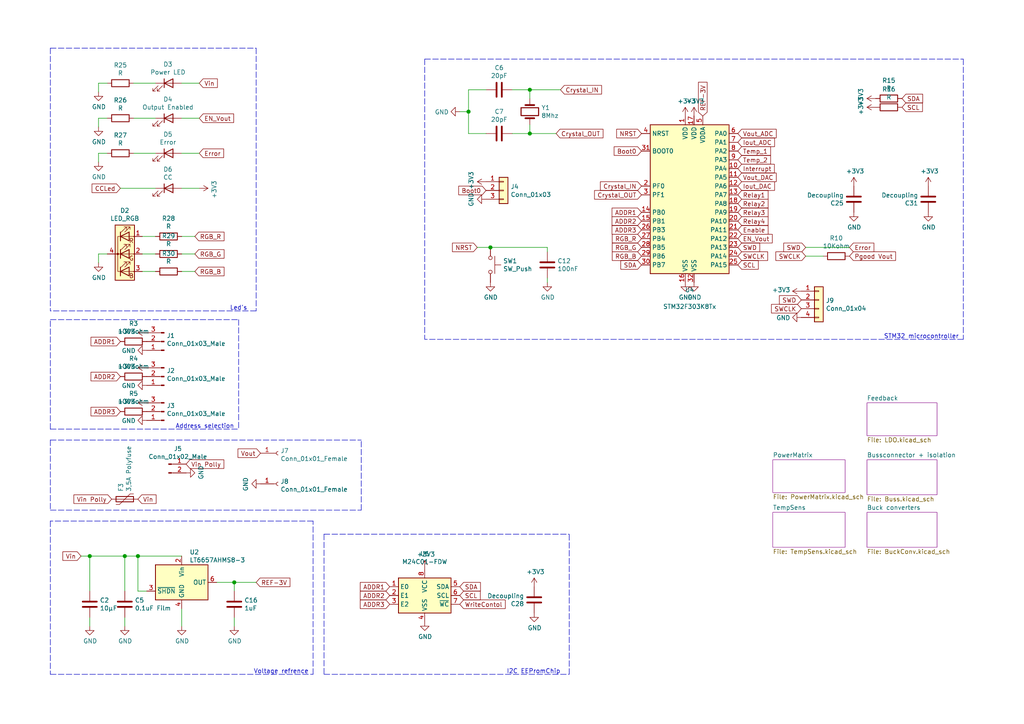
<source format=kicad_sch>
(kicad_sch (version 20210126) (generator eeschema)
  (paper "A4")
  (lib_symbols
    (symbol "Connector:Conn_01x01_Female" (pin_names (offset 1.016) hide)
      (property "Reference" "J" (at 0 2.54 0))
      (property "Value" "Conn_01x01_Female" (at 0 -2.54 0))
      (symbol "Conn_01x01_Female_1_1"
        (arc (start 0 0.508) (end 0 -0.508) (radius (at 0 0) (length 0.508) (angles 90.1 -90.1)) (stroke (width 0.1524)))
        (polyline (pts (xy -1.27 0) (xy -0.508 0)) (stroke (width 0.1524)))
        (pin passive line (at -5.08 0 0) (length 3.81) (name "Pin_1") (number "1"))
      )
    )
    (symbol "Connector:Conn_01x02_Male" (pin_names (offset 1.016) hide)
      (property "Reference" "J" (at 0 2.54 0))
      (property "Value" "Conn_01x02_Male" (at 0 -5.08 0))
      (symbol "Conn_01x02_Male_1_1"
        (rectangle (start 0.8636 -2.413) (end 0 -2.667) (stroke (width 0.1524)) (fill (type outline)))
        (rectangle (start 0.8636 0.127) (end 0 -0.127) (stroke (width 0.1524)) (fill (type outline)))
        (polyline (pts (xy 1.27 -2.54) (xy 0.8636 -2.54)) (stroke (width 0.1524)))
        (polyline (pts (xy 1.27 0) (xy 0.8636 0)) (stroke (width 0.1524)))
        (pin passive line (at 5.08 0 180) (length 3.81) (name "Pin_1") (number "1"))
        (pin passive line (at 5.08 -2.54 180) (length 3.81) (name "Pin_2") (number "2"))
      )
    )
    (symbol "Connector:Conn_01x03_Male" (pin_names (offset 1.016) hide)
      (property "Reference" "J" (at 0 5.08 0))
      (property "Value" "Conn_01x03_Male" (at 0 -5.08 0))
      (symbol "Conn_01x03_Male_1_1"
        (rectangle (start 0.8636 -2.413) (end 0 -2.667) (stroke (width 0.1524)) (fill (type outline)))
        (rectangle (start 0.8636 0.127) (end 0 -0.127) (stroke (width 0.1524)) (fill (type outline)))
        (rectangle (start 0.8636 2.667) (end 0 2.413) (stroke (width 0.1524)) (fill (type outline)))
        (polyline (pts (xy 1.27 -2.54) (xy 0.8636 -2.54)) (stroke (width 0.1524)))
        (polyline (pts (xy 1.27 0) (xy 0.8636 0)) (stroke (width 0.1524)))
        (polyline (pts (xy 1.27 2.54) (xy 0.8636 2.54)) (stroke (width 0.1524)))
        (pin passive line (at 5.08 2.54 180) (length 3.81) (name "Pin_1") (number "1"))
        (pin passive line (at 5.08 0 180) (length 3.81) (name "Pin_2") (number "2"))
        (pin passive line (at 5.08 -2.54 180) (length 3.81) (name "Pin_3") (number "3"))
      )
    )
    (symbol "Connector_Generic:Conn_01x03" (pin_names (offset 1.016) hide)
      (property "Reference" "J" (at 0 5.08 0))
      (property "Value" "Conn_01x03" (at 0 -5.08 0))
      (symbol "Conn_01x03_1_1"
        (rectangle (start -1.27 -2.413) (end 0 -2.667) (stroke (width 0.1524)))
        (rectangle (start -1.27 2.667) (end 0 2.413) (stroke (width 0.1524)))
        (rectangle (start -1.27 3.81) (end 1.27 -3.81) (stroke (width 0.254)) (fill (type background)))
        (rectangle (start -1.27 0.127) (end 0 -0.127) (stroke (width 0.1524)))
        (pin passive line (at -5.08 2.54 0) (length 3.81) (name "Pin_1") (number "1"))
        (pin passive line (at -5.08 0 0) (length 3.81) (name "Pin_2") (number "2"))
        (pin passive line (at -5.08 -2.54 0) (length 3.81) (name "Pin_3") (number "3"))
      )
    )
    (symbol "Connector_Generic:Conn_01x04" (pin_names (offset 1.016) hide)
      (property "Reference" "J" (at 0 5.08 0))
      (property "Value" "Conn_01x04" (at 0 -7.62 0))
      (symbol "Conn_01x04_1_1"
        (rectangle (start -1.27 -4.953) (end 0 -5.207) (stroke (width 0.1524)))
        (rectangle (start -1.27 -2.413) (end 0 -2.667) (stroke (width 0.1524)))
        (rectangle (start -1.27 2.667) (end 0 2.413) (stroke (width 0.1524)))
        (rectangle (start -1.27 3.81) (end 1.27 -6.35) (stroke (width 0.254)) (fill (type background)))
        (rectangle (start -1.27 0.127) (end 0 -0.127) (stroke (width 0.1524)))
        (pin passive line (at -5.08 2.54 0) (length 3.81) (name "Pin_1") (number "1"))
        (pin passive line (at -5.08 0 0) (length 3.81) (name "Pin_2") (number "2"))
        (pin passive line (at -5.08 -2.54 0) (length 3.81) (name "Pin_3") (number "3"))
        (pin passive line (at -5.08 -5.08 0) (length 3.81) (name "Pin_4") (number "4"))
      )
    )
    (symbol "Device:C" (pin_numbers hide) (pin_names (offset 0.254))
      (property "Reference" "C" (at 0.635 2.54 0))
      (property "Value" "C" (at 0.635 -2.54 0))
      (symbol "C_0_1"
        (polyline (pts (xy -2.032 -0.762) (xy 2.032 -0.762)) (stroke (width 0.508)))
        (polyline (pts (xy -2.032 0.762) (xy 2.032 0.762)) (stroke (width 0.508)))
      )
      (symbol "C_1_1"
        (pin passive line (at 0 3.81 270) (length 2.794) (name "~") (number "1"))
        (pin passive line (at 0 -3.81 90) (length 2.794) (name "~") (number "2"))
      )
    )
    (symbol "Device:Crystal" (pin_numbers hide) (pin_names (offset 1.016) hide)
      (property "Reference" "Y" (at 0 3.81 0))
      (property "Value" "Crystal" (at 0 -3.81 0))
      (symbol "Crystal_0_1"
        (rectangle (start -1.143 2.54) (end 1.143 -2.54) (stroke (width 0.3048)))
        (polyline (pts (xy -2.54 0) (xy -1.905 0)))
        (polyline (pts (xy -1.905 -1.27) (xy -1.905 1.27)) (stroke (width 0.508)))
        (polyline (pts (xy 1.905 -1.27) (xy 1.905 1.27)) (stroke (width 0.508)))
        (polyline (pts (xy 2.54 0) (xy 1.905 0)))
      )
      (symbol "Crystal_1_1"
        (pin passive line (at -3.81 0 0) (length 1.27) (name "1") (number "1"))
        (pin passive line (at 3.81 0 180) (length 1.27) (name "2") (number "2"))
      )
    )
    (symbol "Device:LED" (pin_numbers hide) (pin_names (offset 1.016) hide)
      (property "Reference" "D" (at 0 2.54 0))
      (property "Value" "LED" (at 0 -2.54 0))
      (symbol "LED_0_1"
        (polyline (pts (xy -1.27 -1.27) (xy -1.27 1.27)) (stroke (width 0.254)))
        (polyline (pts (xy -1.27 0) (xy 1.27 0)))
        (polyline (pts (xy 1.27 -1.27) (xy 1.27 1.27) (xy -1.27 0) (xy 1.27 -1.27)) (stroke (width 0.254)))
        (polyline (pts (xy -3.048 -0.762) (xy -4.572 -2.286) (xy -3.81 -2.286) (xy -4.572 -2.286) (xy -4.572 -1.524)))
        (polyline (pts (xy -1.778 -0.762) (xy -3.302 -2.286) (xy -2.54 -2.286) (xy -3.302 -2.286) (xy -3.302 -1.524)))
      )
      (symbol "LED_1_1"
        (pin passive line (at -3.81 0 0) (length 2.54) (name "K") (number "1"))
        (pin passive line (at 3.81 0 180) (length 2.54) (name "A") (number "2"))
      )
    )
    (symbol "Device:LED_RGBC" (pin_names (offset 0) hide)
      (property "Reference" "D" (at 0 9.398 0))
      (property "Value" "LED_RGBC" (at 0 -8.89 0))
      (symbol "LED_RGBC_0_0"
        (text "B" (at 1.905 -6.35 0) (effects (font (size 1.27 1.27))))
        (text "G" (at 1.905 -1.27 0) (effects (font (size 1.27 1.27))))
        (text "R" (at 1.905 3.81 0) (effects (font (size 1.27 1.27))))
      )
      (symbol "LED_RGBC_0_1"
        (circle (center -2.032 0) (radius 0.254) (fill (type outline)))
        (rectangle (start 1.27 -1.27) (end 1.27 1.27))
        (rectangle (start 1.27 1.27) (end 1.27 1.27))
        (rectangle (start 1.27 3.81) (end 1.27 6.35))
        (rectangle (start 1.27 6.35) (end 1.27 6.35))
        (rectangle (start 2.794 8.382) (end -2.794 -7.62) (stroke (width 0.254)) (fill (type background)))
        (polyline (pts (xy -1.27 -5.08) (xy 1.27 -5.08)))
        (polyline (pts (xy -1.27 -3.81) (xy -1.27 -6.35)) (stroke (width 0.254)))
        (polyline (pts (xy -1.27 0) (xy -2.54 0)))
        (polyline (pts (xy -1.27 1.27) (xy -1.27 -1.27)) (stroke (width 0.254)))
        (polyline (pts (xy -1.27 5.08) (xy 1.27 5.08)))
        (polyline (pts (xy -1.27 6.35) (xy -1.27 3.81)) (stroke (width 0.254)))
        (polyline (pts (xy 1.27 -5.08) (xy 2.54 -5.08)))
        (polyline (pts (xy 1.27 0) (xy -1.27 0)))
        (polyline (pts (xy 1.27 0) (xy 2.54 0)))
        (polyline (pts (xy 1.27 5.08) (xy 2.54 5.08)))
        (polyline (pts (xy -1.27 1.27) (xy -1.27 -1.27) (xy -1.27 -1.27)))
        (polyline (pts (xy -1.27 6.35) (xy -1.27 3.81) (xy -1.27 3.81)))
        (polyline (pts (xy -1.27 5.08) (xy -2.032 5.08) (xy -2.032 -5.08) (xy -1.016 -5.08)))
        (polyline (pts (xy 1.27 -3.81) (xy 1.27 -6.35) (xy -1.27 -5.08) (xy 1.27 -3.81)) (stroke (width 0.254)))
        (polyline (pts (xy 1.27 1.27) (xy 1.27 -1.27) (xy -1.27 0) (xy 1.27 1.27)) (stroke (width 0.254)))
        (polyline (pts (xy 1.27 6.35) (xy 1.27 3.81) (xy -1.27 5.08) (xy 1.27 6.35)) (stroke (width 0.254)))
        (polyline (pts (xy -1.016 -3.81) (xy 0.508 -2.286) (xy -0.254 -2.286) (xy 0.508 -2.286) (xy 0.508 -3.048)))
        (polyline (pts (xy -1.016 1.27) (xy 0.508 2.794) (xy -0.254 2.794) (xy 0.508 2.794) (xy 0.508 2.032)))
        (polyline (pts (xy -1.016 6.35) (xy 0.508 7.874) (xy -0.254 7.874) (xy 0.508 7.874) (xy 0.508 7.112)))
        (polyline (pts (xy 0 -3.81) (xy 1.524 -2.286) (xy 0.762 -2.286) (xy 1.524 -2.286) (xy 1.524 -3.048)))
        (polyline (pts (xy 0 1.27) (xy 1.524 2.794) (xy 0.762 2.794) (xy 1.524 2.794) (xy 1.524 2.032)))
        (polyline (pts (xy 0 6.35) (xy 1.524 7.874) (xy 0.762 7.874) (xy 1.524 7.874) (xy 1.524 7.112)))
      )
      (symbol "LED_RGBC_1_1"
        (pin passive line (at 5.08 5.08 180) (length 2.54) (name "RA") (number "1"))
        (pin passive line (at 5.08 0 180) (length 2.54) (name "GA") (number "2"))
        (pin passive line (at 5.08 -5.08 180) (length 2.54) (name "BA") (number "3"))
        (pin passive line (at -5.08 0 0) (length 2.54) (name "K") (number "4"))
      )
    )
    (symbol "Device:Polyfuse" (pin_numbers hide) (pin_names (offset 0))
      (property "Reference" "F" (at -2.54 0 90))
      (property "Value" "Polyfuse" (at 2.54 0 90))
      (symbol "Polyfuse_0_1"
        (rectangle (start -0.762 2.54) (end 0.762 -2.54) (stroke (width 0.254)))
        (polyline (pts (xy 0 2.54) (xy 0 -2.54)))
        (polyline (pts (xy -1.524 2.54) (xy -1.524 1.524) (xy 1.524 -1.524) (xy 1.524 -2.54)))
      )
      (symbol "Polyfuse_1_1"
        (pin passive line (at 0 3.81 270) (length 1.27) (name "~") (number "1"))
        (pin passive line (at 0 -3.81 90) (length 1.27) (name "~") (number "2"))
      )
    )
    (symbol "Device:R" (pin_numbers hide) (pin_names (offset 0))
      (property "Reference" "R" (at 2.032 0 90))
      (property "Value" "R" (at 0 0 90))
      (symbol "R_0_1"
        (rectangle (start -1.016 -2.54) (end 1.016 2.54) (stroke (width 0.254)))
      )
      (symbol "R_1_1"
        (pin passive line (at 0 3.81 270) (length 1.27) (name "~") (number "1"))
        (pin passive line (at 0 -3.81 90) (length 1.27) (name "~") (number "2"))
      )
    )
    (symbol "MCU_ST_STM32F3:STM32F303K8Tx"
      (property "Reference" "U" (at -12.7 21.59 0))
      (property "Value" "STM32F303K8Tx" (at 5.08 21.59 0))
      (symbol "STM32F303K8Tx_0_1"
        (rectangle (start -12.7 -22.86) (end 10.16 20.32) (stroke (width 0.254)) (fill (type background)))
      )
      (symbol "STM32F303K8Tx_1_1"
        (pin input line (at -15.24 12.7 0) (length 2.54) (name "BOOT0") (number "31"))
        (pin input line (at -15.24 17.78 0) (length 2.54) (name "NRST") (number "4"))
        (pin bidirectional line (at 12.7 17.78 180) (length 2.54) (name "PA0") (number "6"))
        (pin bidirectional line (at 12.7 15.24 180) (length 2.54) (name "PA1") (number "7"))
        (pin bidirectional line (at 12.7 -7.62 180) (length 2.54) (name "PA10") (number "20"))
        (pin bidirectional line (at 12.7 -10.16 180) (length 2.54) (name "PA11") (number "21"))
        (pin bidirectional line (at 12.7 -12.7 180) (length 2.54) (name "PA12") (number "22"))
        (pin bidirectional line (at 12.7 -15.24 180) (length 2.54) (name "PA13") (number "23"))
        (pin bidirectional line (at 12.7 -17.78 180) (length 2.54) (name "PA14") (number "24"))
        (pin bidirectional line (at 12.7 -20.32 180) (length 2.54) (name "PA15") (number "25"))
        (pin bidirectional line (at 12.7 12.7 180) (length 2.54) (name "PA2") (number "8"))
        (pin bidirectional line (at 12.7 10.16 180) (length 2.54) (name "PA3") (number "9"))
        (pin bidirectional line (at 12.7 7.62 180) (length 2.54) (name "PA4") (number "10"))
        (pin bidirectional line (at 12.7 5.08 180) (length 2.54) (name "PA5") (number "11"))
        (pin bidirectional line (at 12.7 2.54 180) (length 2.54) (name "PA6") (number "12"))
        (pin bidirectional line (at 12.7 0 180) (length 2.54) (name "PA7") (number "13"))
        (pin bidirectional line (at 12.7 -2.54 180) (length 2.54) (name "PA8") (number "18"))
        (pin bidirectional line (at 12.7 -5.08 180) (length 2.54) (name "PA9") (number "19"))
        (pin bidirectional line (at -15.24 -5.08 0) (length 2.54) (name "PB0") (number "14"))
        (pin bidirectional line (at -15.24 -7.62 0) (length 2.54) (name "PB1") (number "15"))
        (pin bidirectional line (at -15.24 -10.16 0) (length 2.54) (name "PB3") (number "26"))
        (pin bidirectional line (at -15.24 -12.7 0) (length 2.54) (name "PB4") (number "27"))
        (pin bidirectional line (at -15.24 -15.24 0) (length 2.54) (name "PB5") (number "28"))
        (pin bidirectional line (at -15.24 -17.78 0) (length 2.54) (name "PB6") (number "29"))
        (pin bidirectional line (at -15.24 -20.32 0) (length 2.54) (name "PB7") (number "30"))
        (pin input line (at -15.24 2.54 0) (length 2.54) (name "PF0") (number "2"))
        (pin input line (at -15.24 0 0) (length 2.54) (name "PF1") (number "3"))
        (pin power_in line (at -2.54 22.86 270) (length 2.54) (name "VDD") (number "1"))
        (pin power_in line (at 0 22.86 270) (length 2.54) (name "VDD") (number "17"))
        (pin power_in line (at 2.54 22.86 270) (length 2.54) (name "VDDA") (number "5"))
        (pin power_in line (at -2.54 -25.4 90) (length 2.54) (name "VSS") (number "16"))
        (pin power_in line (at 0 -25.4 90) (length 2.54) (name "VSS") (number "32"))
      )
    )
    (symbol "Memory_EEPROM:M24C01-FDW"
      (property "Reference" "U" (at -6.35 6.35 0))
      (property "Value" "M24C01-FDW" (at 7.62 6.35 0))
      (symbol "M24C01-FDW_0_1"
        (rectangle (start -7.62 5.08) (end 7.62 -5.08) (stroke (width 0.254)) (fill (type background)))
      )
      (symbol "M24C01-FDW_1_1"
        (pin input line (at -10.16 2.54 0) (length 2.54) (name "E0") (number "1"))
        (pin input line (at -10.16 0 0) (length 2.54) (name "E1") (number "2"))
        (pin input line (at -10.16 -2.54 0) (length 2.54) (name "E2") (number "3"))
        (pin power_in line (at 0 -7.62 90) (length 2.54) (name "VSS") (number "4"))
        (pin bidirectional line (at 10.16 2.54 180) (length 2.54) (name "SDA") (number "5"))
        (pin input line (at 10.16 0 180) (length 2.54) (name "SCL") (number "6"))
        (pin input line (at 10.16 -2.54 180) (length 2.54) (name "~WC") (number "7"))
        (pin power_in line (at 0 7.62 270) (length 2.54) (name "VCC") (number "8"))
      )
    )
    (symbol "Reference_Voltage:LT6657AHMS8-3"
      (property "Reference" "U" (at -7.62 6.35 0))
      (property "Value" "LT6657AHMS8-3" (at 2.54 6.35 0))
      (symbol "LT6657AHMS8-3_0_1"
        (rectangle (start -7.62 5.08) (end 7.62 -5.08) (stroke (width 0.254)) (fill (type background)))
      )
      (symbol "LT6657AHMS8-3_1_1"
        (pin no_connect line (at 7.62 -2.54 180) (length 2.54) hide (name "DNC") (number "1"))
        (pin power_in line (at 0 7.62 270) (length 2.54) (name "Vin") (number "2"))
        (pin input line (at -10.16 -2.54 0) (length 2.54) (name "~SHDN") (number "3"))
        (pin power_in line (at 0 -7.62 90) (length 2.54) (name "GND") (number "4"))
        (pin no_connect line (at -7.62 0 0) (length 2.54) hide (name "DNC") (number "5"))
        (pin power_out line (at 10.16 0 180) (length 2.54) (name "OUT") (number "6"))
        (pin no_connect line (at -7.62 2.54 0) (length 2.54) hide (name "DNC") (number "7"))
        (pin no_connect line (at 7.62 2.54 180) (length 2.54) hide (name "DNC") (number "8"))
      )
    )
    (symbol "Switch:SW_Push" (pin_numbers hide) (pin_names (offset 1.016) hide)
      (property "Reference" "SW" (at 1.27 2.54 0))
      (property "Value" "SW_Push" (at 0 -1.524 0))
      (symbol "SW_Push_0_1"
        (circle (center -2.032 0) (radius 0.508))
        (circle (center 2.032 0) (radius 0.508))
        (polyline (pts (xy 0 1.27) (xy 0 3.048)))
        (polyline (pts (xy 2.54 1.27) (xy -2.54 1.27)))
        (pin passive line (at -5.08 0 0) (length 2.54) (name "1") (number "1"))
        (pin passive line (at 5.08 0 180) (length 2.54) (name "2") (number "2"))
      )
    )
    (symbol "power:+3.3V" (power) (pin_names (offset 0))
      (property "Value" "+3.3V" (at 0 3.556 0))
      (symbol "+3.3V_0_1"
        (polyline (pts (xy -0.762 1.27) (xy 0 2.54)))
        (polyline (pts (xy 0 0) (xy 0 2.54)))
        (polyline (pts (xy 0 2.54) (xy 0.762 1.27)))
      )
      (symbol "+3.3V_1_1"
        (pin power_in line (at 0 0 90) (length 0) hide (name "+3V3") (number "1"))
      )
    )
    (symbol "power:GND" (power) (pin_names (offset 0))
      (property "Value" "GND" (at 0 -3.81 0))
      (symbol "GND_0_1"
        (polyline (pts (xy 0 0) (xy 0 -1.27) (xy 1.27 -1.27) (xy 0 -2.54) (xy -1.27 -1.27) (xy 0 -1.27)))
      )
      (symbol "GND_1_1"
        (pin power_in line (at 0 0 270) (length 0) hide (name "GND") (number "1"))
      )
    )
  )
  (junction (at 26.035 161.29) (diameter 1.016))
  (junction (at 36.195 161.29) (diameter 1.016))
  (junction (at 40.005 161.29) (diameter 1.016))
  (junction (at 67.945 168.91) (diameter 1.016))
  (junction (at 135.89 32.385) (diameter 1.016))
  (junction (at 142.24 71.755) (diameter 1.016))
  (junction (at 153.67 26.035) (diameter 1.016))
  (junction (at 153.67 38.735) (diameter 1.016))
  (wire (pts (xy 23.495 161.29) (xy 26.035 161.29)))
  (wire (pts (xy 26.035 161.29) (xy 26.035 171.45)))
  (wire (pts (xy 26.035 161.29) (xy 36.195 161.29)))
  (wire (pts (xy 26.035 179.07) (xy 26.035 181.61)))
  (wire (pts (xy 28.575 24.13) (xy 31.115 24.13)))
  (wire (pts (xy 28.575 26.67) (xy 28.575 24.13)))
  (wire (pts (xy 28.575 34.29) (xy 31.115 34.29)))
  (wire (pts (xy 28.575 36.83) (xy 28.575 34.29)))
  (wire (pts (xy 28.575 44.45) (xy 31.115 44.45)))
  (wire (pts (xy 28.575 46.99) (xy 28.575 44.45)))
  (wire (pts (xy 28.575 73.66) (xy 31.115 73.66)))
  (wire (pts (xy 28.575 76.2) (xy 28.575 73.66)))
  (wire (pts (xy 34.925 54.61) (xy 45.085 54.61)))
  (wire (pts (xy 36.195 161.29) (xy 36.195 171.45)))
  (wire (pts (xy 36.195 179.07) (xy 36.195 181.61)))
  (wire (pts (xy 38.735 24.13) (xy 45.085 24.13)))
  (wire (pts (xy 38.735 34.29) (xy 45.085 34.29)))
  (wire (pts (xy 38.735 44.45) (xy 45.085 44.45)))
  (wire (pts (xy 40.005 161.29) (xy 36.195 161.29)))
  (wire (pts (xy 40.005 161.29) (xy 40.005 171.45)))
  (wire (pts (xy 40.005 161.29) (xy 52.705 161.29)))
  (wire (pts (xy 41.275 68.58) (xy 45.085 68.58)))
  (wire (pts (xy 41.275 73.66) (xy 45.085 73.66)))
  (wire (pts (xy 41.275 78.74) (xy 45.085 78.74)))
  (wire (pts (xy 42.545 171.45) (xy 40.005 171.45)))
  (wire (pts (xy 52.705 24.13) (xy 57.785 24.13)))
  (wire (pts (xy 52.705 34.29) (xy 57.785 34.29)))
  (wire (pts (xy 52.705 44.45) (xy 57.785 44.45)))
  (wire (pts (xy 52.705 54.61) (xy 57.785 54.61)))
  (wire (pts (xy 52.705 68.58) (xy 56.515 68.58)))
  (wire (pts (xy 52.705 73.66) (xy 56.515 73.66)))
  (wire (pts (xy 52.705 78.74) (xy 56.515 78.74)))
  (wire (pts (xy 52.705 176.53) (xy 52.705 181.61)))
  (wire (pts (xy 62.865 168.91) (xy 67.945 168.91)))
  (wire (pts (xy 67.945 168.91) (xy 67.945 171.45)))
  (wire (pts (xy 67.945 168.91) (xy 74.295 168.91)))
  (wire (pts (xy 67.945 179.07) (xy 67.945 181.61)))
  (wire (pts (xy 133.35 32.385) (xy 135.89 32.385)))
  (wire (pts (xy 135.89 26.035) (xy 140.97 26.035)))
  (wire (pts (xy 135.89 32.385) (xy 135.89 26.035)))
  (wire (pts (xy 135.89 38.735) (xy 135.89 32.385)))
  (wire (pts (xy 140.97 38.735) (xy 135.89 38.735)))
  (wire (pts (xy 142.24 71.755) (xy 138.43 71.755)))
  (wire (pts (xy 148.59 26.035) (xy 153.67 26.035)))
  (wire (pts (xy 153.67 26.035) (xy 153.67 28.575)))
  (wire (pts (xy 153.67 26.035) (xy 162.56 26.035)))
  (wire (pts (xy 153.67 36.195) (xy 153.67 38.735)))
  (wire (pts (xy 153.67 38.735) (xy 148.59 38.735)))
  (wire (pts (xy 153.67 38.735) (xy 161.29 38.735)))
  (wire (pts (xy 158.75 71.755) (xy 142.24 71.755)))
  (wire (pts (xy 158.75 73.025) (xy 158.75 71.755)))
  (wire (pts (xy 158.75 80.645) (xy 158.75 81.915)))
  (wire (pts (xy 233.68 71.755) (xy 246.38 71.755)))
  (wire (pts (xy 233.68 74.295) (xy 238.76 74.295)))
  (polyline (pts (xy 14.605 13.97) (xy 14.605 90.17)) (stroke (width 0) (type dash)))
  (polyline (pts (xy 14.605 13.97) (xy 74.295 13.97)) (stroke (width 0) (type dash)))
  (polyline (pts (xy 14.605 92.71) (xy 69.215 92.71)) (stroke (width 0) (type dash)))
  (polyline (pts (xy 14.605 124.46) (xy 14.605 92.71)) (stroke (width 0) (type dash)))
  (polyline (pts (xy 14.605 124.46) (xy 69.215 124.46)) (stroke (width 0) (type dash)))
  (polyline (pts (xy 14.605 127.635) (xy 14.605 147.955)) (stroke (width 0) (type dash)))
  (polyline (pts (xy 14.605 127.635) (xy 104.775 127.635)) (stroke (width 0) (type dash)))
  (polyline (pts (xy 14.605 147.955) (xy 104.775 147.955)) (stroke (width 0) (type dash)))
  (polyline (pts (xy 14.605 151.13) (xy 14.605 195.58)) (stroke (width 0) (type dash)))
  (polyline (pts (xy 14.605 195.58) (xy 90.805 195.58)) (stroke (width 0) (type dash)))
  (polyline (pts (xy 69.215 92.71) (xy 69.215 124.46)) (stroke (width 0) (type dash)))
  (polyline (pts (xy 74.295 13.97) (xy 74.295 90.17)) (stroke (width 0) (type dash)))
  (polyline (pts (xy 74.295 90.17) (xy 14.605 90.17)) (stroke (width 0) (type dash)))
  (polyline (pts (xy 90.805 151.13) (xy 14.605 151.13)) (stroke (width 0) (type dash)))
  (polyline (pts (xy 90.805 195.58) (xy 90.805 151.13)) (stroke (width 0) (type dash)))
  (polyline (pts (xy 93.98 154.94) (xy 93.98 195.58)) (stroke (width 0) (type dash)))
  (polyline (pts (xy 93.98 154.94) (xy 165.1 154.94)) (stroke (width 0) (type dash)))
  (polyline (pts (xy 93.98 195.58) (xy 165.1 195.58)) (stroke (width 0) (type dash)))
  (polyline (pts (xy 104.775 147.955) (xy 104.775 127.635)) (stroke (width 0) (type dash)))
  (polyline (pts (xy 123.19 17.145) (xy 123.19 98.425)) (stroke (width 0) (type dash)))
  (polyline (pts (xy 123.19 17.145) (xy 279.4 17.145)) (stroke (width 0) (type dash)))
  (polyline (pts (xy 165.1 195.58) (xy 165.1 154.94)) (stroke (width 0) (type dash)))
  (polyline (pts (xy 279.4 17.145) (xy 279.4 98.425)) (stroke (width 0) (type dash)))
  (polyline (pts (xy 279.4 98.425) (xy 123.19 98.425)) (stroke (width 0) (type dash)))
  (text "Address selection\n" (at 67.945 124.46 180) (effects (font (size 1.27 1.27)) (justify right bottom)))
  (text "Led's\n" (at 71.755 90.17 180) (effects (font (size 1.27 1.27)) (justify right bottom)))
  (text "Voltage refrence\n" (at 89.535 195.58 180) (effects (font (size 1.27 1.27)) (justify right bottom)))
  (text "I2C EEPromChip\n" (at 162.56 195.58 180) (effects (font (size 1.27 1.27)) (justify right bottom)))
  (text "STM32 microcontroller\n" (at 278.13 98.425 180) (effects (font (size 1.27 1.27)) (justify right bottom)))
  (global_label "Vin" (shape input) (at 23.495 161.29 180) (property "Intersheet References" "${INTERSHEET_REFS}" (effects hide)))
  (global_label "Vin Polly" (shape input) (at 32.385 144.78 180) (property "Intersheet References" "${INTERSHEET_REFS}" (effects hide)))
  (global_label "CCLed" (shape input) (at 34.925 54.61 180) (property "Intersheet References" "${INTERSHEET_REFS}" (effects hide)))
  (global_label "ADDR1" (shape input) (at 34.925 99.06 180) (property "Intersheet References" "${INTERSHEET_REFS}" (effects hide)))
  (global_label "ADDR2" (shape input) (at 34.925 109.22 180) (property "Intersheet References" "${INTERSHEET_REFS}" (effects hide)))
  (global_label "ADDR3" (shape input) (at 34.925 119.38 180) (property "Intersheet References" "${INTERSHEET_REFS}" (effects hide)))
  (global_label "Vin" (shape input) (at 40.005 144.78 0) (property "Intersheet References" "${INTERSHEET_REFS}" (effects hide)))
  (global_label "Vin Polly" (shape input) (at 53.975 134.62 0) (property "Intersheet References" "${INTERSHEET_REFS}" (effects hide)))
  (global_label "RGB_R" (shape input) (at 56.515 68.58 0) (property "Intersheet References" "${INTERSHEET_REFS}" (effects hide)))
  (global_label "RGB_G" (shape input) (at 56.515 73.66 0) (property "Intersheet References" "${INTERSHEET_REFS}" (effects hide)))
  (global_label "RGB_B" (shape input) (at 56.515 78.74 0) (property "Intersheet References" "${INTERSHEET_REFS}" (effects hide)))
  (global_label "Vin" (shape input) (at 57.785 24.13 0) (property "Intersheet References" "${INTERSHEET_REFS}" (effects hide)))
  (global_label "EN_Vout" (shape input) (at 57.785 34.29 0) (property "Intersheet References" "${INTERSHEET_REFS}" (effects hide)))
  (global_label "Error" (shape input) (at 57.785 44.45 0) (property "Intersheet References" "${INTERSHEET_REFS}" (effects hide)))
  (global_label "REF-3V" (shape input) (at 74.295 168.91 0) (property "Intersheet References" "${INTERSHEET_REFS}" (effects hide)))
  (global_label "Vout" (shape input) (at 75.565 131.445 180) (property "Intersheet References" "${INTERSHEET_REFS}" (effects hide)))
  (global_label "ADDR1" (shape input) (at 113.03 170.18 180) (property "Intersheet References" "${INTERSHEET_REFS}" (effects hide)))
  (global_label "ADDR2" (shape input) (at 113.03 172.72 180) (property "Intersheet References" "${INTERSHEET_REFS}" (effects hide)))
  (global_label "ADDR3" (shape input) (at 113.03 175.26 180) (property "Intersheet References" "${INTERSHEET_REFS}" (effects hide)))
  (global_label "SDA" (shape input) (at 133.35 170.18 0) (property "Intersheet References" "${INTERSHEET_REFS}" (effects hide)))
  (global_label "SCL" (shape input) (at 133.35 172.72 0) (property "Intersheet References" "${INTERSHEET_REFS}" (effects hide)))
  (global_label "WriteContol" (shape input) (at 133.35 175.26 0) (property "Intersheet References" "${INTERSHEET_REFS}" (effects hide)))
  (global_label "NRST" (shape input) (at 138.43 71.755 180) (property "Intersheet References" "${INTERSHEET_REFS}" (effects hide)))
  (global_label "Boot0" (shape input) (at 140.97 55.245 180) (property "Intersheet References" "${INTERSHEET_REFS}" (effects hide)))
  (global_label "Crystal_OUT" (shape input) (at 161.29 38.735 0) (property "Intersheet References" "${INTERSHEET_REFS}" (effects hide)))
  (global_label "Crystal_IN" (shape input) (at 162.56 26.035 0) (property "Intersheet References" "${INTERSHEET_REFS}" (effects hide)))
  (global_label "NRST" (shape input) (at 186.055 38.735 180) (property "Intersheet References" "${INTERSHEET_REFS}" (effects hide)))
  (global_label "Boot0" (shape input) (at 186.055 43.815 180) (property "Intersheet References" "${INTERSHEET_REFS}" (effects hide)))
  (global_label "Crystal_IN" (shape input) (at 186.055 53.975 180) (property "Intersheet References" "${INTERSHEET_REFS}" (effects hide)))
  (global_label "Crystal_OUT" (shape input) (at 186.055 56.515 180) (property "Intersheet References" "${INTERSHEET_REFS}" (effects hide)))
  (global_label "ADDR1" (shape input) (at 186.055 61.595 180) (property "Intersheet References" "${INTERSHEET_REFS}" (effects hide)))
  (global_label "ADDR2" (shape input) (at 186.055 64.135 180) (property "Intersheet References" "${INTERSHEET_REFS}" (effects hide)))
  (global_label "ADDR3" (shape input) (at 186.055 66.675 180) (property "Intersheet References" "${INTERSHEET_REFS}" (effects hide)))
  (global_label "RGB_R" (shape input) (at 186.055 69.215 180) (property "Intersheet References" "${INTERSHEET_REFS}" (effects hide)))
  (global_label "RGB_G" (shape input) (at 186.055 71.755 180) (property "Intersheet References" "${INTERSHEET_REFS}" (effects hide)))
  (global_label "RGB_B" (shape input) (at 186.055 74.295 180) (property "Intersheet References" "${INTERSHEET_REFS}" (effects hide)))
  (global_label "SDA" (shape input) (at 186.055 76.835 180) (property "Intersheet References" "${INTERSHEET_REFS}" (effects hide)))
  (global_label "REF-3V" (shape input) (at 203.835 33.655 90) (property "Intersheet References" "${INTERSHEET_REFS}" (effects hide)))
  (global_label "Vout_ADC" (shape input) (at 213.995 38.735 0) (property "Intersheet References" "${INTERSHEET_REFS}" (effects hide)))
  (global_label "Iout_ADC" (shape input) (at 213.995 41.275 0) (property "Intersheet References" "${INTERSHEET_REFS}" (effects hide)))
  (global_label "Temp_1" (shape input) (at 213.995 43.815 0) (property "Intersheet References" "${INTERSHEET_REFS}" (effects hide)))
  (global_label "Temp_2" (shape input) (at 213.995 46.355 0) (property "Intersheet References" "${INTERSHEET_REFS}" (effects hide)))
  (global_label "Interrupt" (shape input) (at 213.995 48.895 0) (property "Intersheet References" "${INTERSHEET_REFS}" (effects hide)))
  (global_label "Vout_DAC" (shape input) (at 213.995 51.435 0) (property "Intersheet References" "${INTERSHEET_REFS}" (effects hide)))
  (global_label "Iout_DAC" (shape input) (at 213.995 53.975 0) (property "Intersheet References" "${INTERSHEET_REFS}" (effects hide)))
  (global_label "Relay1" (shape input) (at 213.995 56.515 0) (property "Intersheet References" "${INTERSHEET_REFS}" (effects hide)))
  (global_label "Relay2" (shape input) (at 213.995 59.055 0) (property "Intersheet References" "${INTERSHEET_REFS}" (effects hide)))
  (global_label "Relay3" (shape input) (at 213.995 61.595 0) (property "Intersheet References" "${INTERSHEET_REFS}" (effects hide)))
  (global_label "Relay4" (shape input) (at 213.995 64.135 0) (property "Intersheet References" "${INTERSHEET_REFS}" (effects hide)))
  (global_label "Enable" (shape input) (at 213.995 66.675 0) (property "Intersheet References" "${INTERSHEET_REFS}" (effects hide)))
  (global_label "EN_Vout" (shape input) (at 213.995 69.215 0) (property "Intersheet References" "${INTERSHEET_REFS}" (effects hide)))
  (global_label "SWD" (shape input) (at 213.995 71.755 0) (property "Intersheet References" "${INTERSHEET_REFS}" (effects hide)))
  (global_label "SWCLK" (shape input) (at 213.995 74.295 0) (property "Intersheet References" "${INTERSHEET_REFS}" (effects hide)))
  (global_label "SCL" (shape input) (at 213.995 76.835 0) (property "Intersheet References" "${INTERSHEET_REFS}" (effects hide)))
  (global_label "SWD" (shape input) (at 232.41 86.995 180) (property "Intersheet References" "${INTERSHEET_REFS}" (effects hide)))
  (global_label "SWCLK" (shape input) (at 232.41 89.535 180) (property "Intersheet References" "${INTERSHEET_REFS}" (effects hide)))
  (global_label "SWD" (shape input) (at 233.68 71.755 180) (property "Intersheet References" "${INTERSHEET_REFS}" (effects hide)))
  (global_label "SWCLK" (shape input) (at 233.68 74.295 180) (property "Intersheet References" "${INTERSHEET_REFS}" (effects hide)))
  (global_label "Error" (shape input) (at 246.38 71.755 0) (property "Intersheet References" "${INTERSHEET_REFS}" (effects hide)))
  (global_label "Pgood Vout" (shape input) (at 246.38 74.295 0) (property "Intersheet References" "${INTERSHEET_REFS}" (effects hide)))
  (global_label "SDA" (shape input) (at 261.62 28.575 0) (property "Intersheet References" "${INTERSHEET_REFS}" (effects hide)))
  (global_label "SCL" (shape input) (at 261.62 31.115 0) (property "Intersheet References" "${INTERSHEET_REFS}" (effects hide)))
  (symbol (lib_id "power:+3.3V") (at 42.545 96.52 90) (unit 1)
    (property "Reference" "#PWR04" (effects hide))
    (property "Value" "+3.3V" (at 39.3699 96.1517 90) (effects (justify left)))
  )
  (symbol (lib_id "power:+3.3V") (at 42.545 106.68 90) (unit 1)
    (property "Reference" "#PWR06" (effects hide))
    (property "Value" "+3.3V" (at 39.3699 106.3117 90) (effects (justify left)))
  )
  (symbol (lib_id "power:+3.3V") (at 42.545 116.84 90) (unit 1)
    (property "Reference" "#PWR08" (effects hide))
    (property "Value" "+3.3V" (at 39.3699 116.4717 90) (effects (justify left)))
  )
  (symbol (lib_id "power:+3.3V") (at 57.785 54.61 270) (unit 1)
    (property "Reference" "#PWR062" (effects hide))
    (property "Value" "+3.3V" (at 62.1094 54.9783 0))
  )
  (symbol (lib_id "power:+3.3V") (at 123.19 165.1 0) (unit 1)
    (property "Reference" "#PWR035" (effects hide))
    (property "Value" "+3.3V" (at 123.5583 160.7756 0))
  )
  (symbol (lib_id "power:+3.3V") (at 140.97 52.705 90) (unit 1)
    (property "Reference" "#PWR010" (effects hide))
    (property "Value" "+3.3V" (at 136.6456 52.3367 0))
  )
  (symbol (lib_id "power:+3.3V") (at 154.94 170.18 0) (unit 1)
    (property "Reference" "#PWR047" (effects hide))
    (property "Value" "+3.3V" (at 155.3083 165.8556 0))
  )
  (symbol (lib_id "power:+3.3V") (at 198.755 33.655 0) (unit 1)
    (property "Reference" "#PWR030" (effects hide))
    (property "Value" "+3.3V" (at 199.1233 29.3306 0))
  )
  (symbol (lib_id "power:+3.3V") (at 201.295 33.655 0) (unit 1)
    (property "Reference" "#PWR032" (effects hide))
    (property "Value" "+3.3V" (at 201.6633 29.3306 0))
  )
  (symbol (lib_id "power:+3.3V") (at 232.41 84.455 90) (unit 1)
    (property "Reference" "#PWR0109" (effects hide))
    (property "Value" "+3.3V" (at 229.2349 84.0867 90) (effects (justify left)))
  )
  (symbol (lib_id "power:+3.3V") (at 247.65 53.975 0) (unit 1)
    (property "Reference" "#PWR041" (effects hide))
    (property "Value" "+3.3V" (at 248.0183 49.6506 0))
  )
  (symbol (lib_id "power:+3.3V") (at 254 28.575 90) (unit 1)
    (property "Reference" "#PWR044" (effects hide))
    (property "Value" "+3.3V" (at 249.6756 28.2067 0))
  )
  (symbol (lib_id "power:+3.3V") (at 254 31.115 90) (unit 1)
    (property "Reference" "#PWR045" (effects hide))
    (property "Value" "+3.3V" (at 249.6756 30.7467 0))
  )
  (symbol (lib_id "power:+3.3V") (at 269.24 53.975 0) (unit 1)
    (property "Reference" "#PWR052" (effects hide))
    (property "Value" "+3.3V" (at 269.6083 49.6506 0))
  )
  (symbol (lib_id "power:GND") (at 26.035 181.61 0) (unit 1)
    (property "Reference" "#PWR03" (effects hide))
    (property "Value" "GND" (at 26.1493 185.9344 0))
  )
  (symbol (lib_id "power:GND") (at 28.575 26.67 0) (unit 1)
    (property "Reference" "#PWR058" (effects hide))
    (property "Value" "GND" (at 28.6893 30.9944 0))
  )
  (symbol (lib_id "power:GND") (at 28.575 36.83 0) (unit 1)
    (property "Reference" "#PWR059" (effects hide))
    (property "Value" "GND" (at 28.6893 41.1544 0))
  )
  (symbol (lib_id "power:GND") (at 28.575 46.99 0) (unit 1)
    (property "Reference" "#PWR060" (effects hide))
    (property "Value" "GND" (at 28.6893 51.3144 0))
  )
  (symbol (lib_id "power:GND") (at 28.575 76.2 0) (unit 1)
    (property "Reference" "#PWR061" (effects hide))
    (property "Value" "GND" (at 28.6893 80.5244 0))
  )
  (symbol (lib_id "power:GND") (at 36.195 181.61 0) (unit 1)
    (property "Reference" "#PWR014" (effects hide))
    (property "Value" "GND" (at 36.3093 185.9344 0))
  )
  (symbol (lib_id "power:GND") (at 42.545 101.6 270) (unit 1)
    (property "Reference" "#PWR05" (effects hide))
    (property "Value" "GND" (at 39.37 101.7143 90) (effects (justify right)))
  )
  (symbol (lib_id "power:GND") (at 42.545 111.76 270) (unit 1)
    (property "Reference" "#PWR07" (effects hide))
    (property "Value" "GND" (at 39.37 111.8743 90) (effects (justify right)))
  )
  (symbol (lib_id "power:GND") (at 42.545 121.92 270) (unit 1)
    (property "Reference" "#PWR09" (effects hide))
    (property "Value" "GND" (at 39.37 122.0343 90) (effects (justify right)))
  )
  (symbol (lib_id "power:GND") (at 52.705 181.61 0) (unit 1)
    (property "Reference" "#PWR021" (effects hide))
    (property "Value" "GND" (at 52.8193 185.9344 0))
  )
  (symbol (lib_id "power:GND") (at 53.975 137.16 90) (unit 1)
    (property "Reference" "#PWR0101" (effects hide))
    (property "Value" "GND" (at 58.2994 137.0457 0))
  )
  (symbol (lib_id "power:GND") (at 67.945 181.61 0) (unit 1)
    (property "Reference" "#PWR023" (effects hide))
    (property "Value" "GND" (at 68.0593 185.9344 0))
  )
  (symbol (lib_id "power:GND") (at 75.565 140.335 270) (unit 1)
    (property "Reference" "#PWR086" (effects hide))
    (property "Value" "GND" (at 71.2406 140.4493 0))
  )
  (symbol (lib_id "power:GND") (at 123.19 180.34 0) (unit 1)
    (property "Reference" "#PWR036" (effects hide))
    (property "Value" "GND" (at 123.3043 184.6644 0))
  )
  (symbol (lib_id "power:GND") (at 133.35 32.385 270) (unit 1)
    (property "Reference" "#PWR02" (effects hide))
    (property "Value" "GND" (at 130.175 32.4993 90) (effects (justify right)))
  )
  (symbol (lib_id "power:GND") (at 140.97 57.785 270) (unit 1)
    (property "Reference" "#PWR011" (effects hide))
    (property "Value" "GND" (at 136.6456 57.8993 0))
  )
  (symbol (lib_id "power:GND") (at 142.24 81.915 0) (unit 1)
    (property "Reference" "#PWR012" (effects hide))
    (property "Value" "GND" (at 142.3543 86.2394 0))
  )
  (symbol (lib_id "power:GND") (at 154.94 177.8 0) (unit 1)
    (property "Reference" "#PWR048" (effects hide))
    (property "Value" "GND" (at 155.0543 182.1244 0))
  )
  (symbol (lib_id "power:GND") (at 158.75 81.915 0) (unit 1)
    (property "Reference" "#PWR018" (effects hide))
    (property "Value" "GND" (at 158.8643 86.2394 0))
  )
  (symbol (lib_id "power:GND") (at 198.755 81.915 0) (unit 1)
    (property "Reference" "#PWR031" (effects hide))
    (property "Value" "GND" (at 198.8693 86.2394 0))
  )
  (symbol (lib_id "power:GND") (at 201.295 81.915 0) (unit 1)
    (property "Reference" "#PWR033" (effects hide))
    (property "Value" "GND" (at 201.4093 86.2394 0))
  )
  (symbol (lib_id "power:GND") (at 232.41 92.075 270) (unit 1)
    (property "Reference" "#PWR0110" (effects hide))
    (property "Value" "GND" (at 229.235 92.1893 90) (effects (justify right)))
  )
  (symbol (lib_id "power:GND") (at 247.65 61.595 0) (unit 1)
    (property "Reference" "#PWR042" (effects hide))
    (property "Value" "GND" (at 247.7643 65.9194 0))
  )
  (symbol (lib_id "power:GND") (at 269.24 61.595 0) (unit 1)
    (property "Reference" "#PWR053" (effects hide))
    (property "Value" "GND" (at 269.3543 65.9194 0))
  )
  (symbol (lib_id "Connector:Conn_01x01_Female") (at 80.645 131.445 0) (unit 1)
    (property "Reference" "J7" (at 81.3563 130.7528 0) (effects (justify left)))
    (property "Value" "Conn_01x01_Female" (at 81.3563 133.0515 0) (effects (justify left)))
    (property "Footprint" "Connector_Wire:SolderWirePad_1x01_SMD_5x10mm" (effects hide))
    (property "Buylink" "C99100" (effects hide))
    (property "Orderd" "6" (effects hide))
  )
  (symbol (lib_id "Connector:Conn_01x01_Female") (at 80.645 140.335 0) (unit 1)
    (property "Reference" "J8" (at 81.3563 139.6428 0) (effects (justify left)))
    (property "Value" "Conn_01x01_Female" (at 81.3563 141.9415 0) (effects (justify left)))
    (property "Footprint" "Connector_Wire:SolderWirePad_1x01_SMD_5x10mm" (effects hide))
    (property "Buylink" "C106271" (effects hide))
    (property "Orderd" "6" (effects hide))
  )
  (symbol (lib_id "Device:R") (at 34.925 24.13 90) (unit 1)
    (property "Reference" "R25" (at 34.925 18.9038 90))
    (property "Value" "R" (at 34.925 21.2025 90))
    (property "Footprint" "Resistor_SMD:R_0805_2012Metric_Pad1.20x1.40mm_HandSolder" (effects hide))
  )
  (symbol (lib_id "Device:R") (at 34.925 34.29 90) (unit 1)
    (property "Reference" "R26" (at 34.925 29.0638 90))
    (property "Value" "R" (at 34.925 31.3625 90))
    (property "Footprint" "Resistor_SMD:R_0805_2012Metric_Pad1.20x1.40mm_HandSolder" (effects hide))
  )
  (symbol (lib_id "Device:R") (at 34.925 44.45 90) (unit 1)
    (property "Reference" "R27" (at 34.925 39.2238 90))
    (property "Value" "R" (at 34.925 41.5225 90))
    (property "Footprint" "Resistor_SMD:R_0805_2012Metric_Pad1.20x1.40mm_HandSolder" (effects hide))
  )
  (symbol (lib_id "Device:R") (at 38.735 99.06 90) (unit 1)
    (property "Reference" "R3" (at 38.735 93.8338 90))
    (property "Value" "100Kohm" (at 38.735 96.1325 90))
    (property "Footprint" "Resistor_SMD:R_0805_2012Metric_Pad1.20x1.40mm_HandSolder" (effects hide))
    (property "Buylink" "C406726" (effects hide))
  )
  (symbol (lib_id "Device:R") (at 38.735 109.22 90) (unit 1)
    (property "Reference" "R4" (at 38.735 103.9938 90))
    (property "Value" "100Kohm" (at 38.735 106.2925 90))
    (property "Footprint" "Resistor_SMD:R_0805_2012Metric_Pad1.20x1.40mm_HandSolder" (effects hide))
    (property "Buylink" "C406726" (effects hide))
  )
  (symbol (lib_id "Device:R") (at 38.735 119.38 90) (unit 1)
    (property "Reference" "R5" (at 38.735 114.1538 90))
    (property "Value" "100Kohm" (at 38.735 116.4525 90))
    (property "Footprint" "Resistor_SMD:R_0805_2012Metric_Pad1.20x1.40mm_HandSolder" (effects hide))
    (property "Buylink" "C406726" (effects hide))
  )
  (symbol (lib_id "Device:R") (at 48.895 68.58 90) (unit 1)
    (property "Reference" "R28" (at 48.895 63.3538 90))
    (property "Value" "R" (at 48.895 65.6525 90))
    (property "Footprint" "Resistor_SMD:R_0805_2012Metric_Pad1.20x1.40mm_HandSolder" (effects hide))
  )
  (symbol (lib_id "Device:R") (at 48.895 73.66 90) (unit 1)
    (property "Reference" "R29" (at 48.895 68.4338 90))
    (property "Value" "R" (at 48.895 70.7325 90))
    (property "Footprint" "Resistor_SMD:R_0805_2012Metric_Pad1.20x1.40mm_HandSolder" (effects hide))
  )
  (symbol (lib_id "Device:R") (at 48.895 78.74 90) (unit 1)
    (property "Reference" "R30" (at 48.895 73.5138 90))
    (property "Value" "R" (at 48.895 75.8125 90))
    (property "Footprint" "Resistor_SMD:R_0805_2012Metric_Pad1.20x1.40mm_HandSolder" (effects hide))
  )
  (symbol (lib_id "Device:R") (at 242.57 74.295 90) (unit 1)
    (property "Reference" "R10" (at 242.57 69.0688 90))
    (property "Value" "10Kohm" (at 242.57 71.368 90))
    (property "Footprint" "Resistor_SMD:R_0805_2012Metric_Pad1.20x1.40mm_HandSolder" (effects hide))
  )
  (symbol (lib_id "Device:R") (at 257.81 28.575 90) (unit 1)
    (property "Reference" "R15" (at 257.81 23.3488 90))
    (property "Value" "R" (at 257.81 25.6475 90))
    (property "Footprint" "Resistor_SMD:R_0805_2012Metric_Pad1.20x1.40mm_HandSolder" (effects hide))
  )
  (symbol (lib_id "Device:R") (at 257.81 31.115 90) (unit 1)
    (property "Reference" "R16" (at 257.81 25.8888 90))
    (property "Value" "R" (at 257.81 28.1875 90))
    (property "Footprint" "Resistor_SMD:R_0805_2012Metric_Pad1.20x1.40mm_HandSolder" (effects hide))
  )
  (symbol (lib_id "Connector:Conn_01x02_Male") (at 48.895 134.62 0) (unit 1)
    (property "Reference" "J5" (at 51.5874 130.1558 0))
    (property "Value" "Conn_01x02_Male" (at 51.5874 132.4545 0))
    (property "Footprint" "TerminalBlock:TerminalBlock_bornier-2_P5.08mm" (effects hide))
  )
  (symbol (lib_id "Device:Polyfuse") (at 36.195 144.78 90) (unit 1)
    (property "Reference" "F3" (at 35.0456 142.6209 0) (effects (justify left)))
    (property "Value" "3,5A Polyfuse" (at 37.3443 142.6209 0) (effects (justify left)))
    (property "Footprint" "Fuse:Fuse_1206_3216Metric_Pad1.42x1.75mm_HandSolder" (effects hide))
    (property "Buylink" "C70085" (effects hide))
    (property "Orderd" "15" (effects hide))
  )
  (symbol (lib_id "Device:LED") (at 48.895 24.13 0) (unit 1)
    (property "Reference" "D3" (at 48.7045 18.6498 0))
    (property "Value" "Power LED" (at 48.705 20.949 0))
    (property "Footprint" "LED_THT:LED_D5.0mm" (effects hide))
    (property "Buylink" "C330764" (effects hide))
    (property "Orderd" "10" (effects hide))
  )
  (symbol (lib_id "Device:LED") (at 48.895 34.29 0) (unit 1)
    (property "Reference" "D4" (at 48.7045 28.8098 0))
    (property "Value" "Output Enabled" (at 48.705 31.109 0))
    (property "Footprint" "LED_THT:LED_D5.0mm" (effects hide))
    (property "Buylink" "C125080" (effects hide))
    (property "Orderd" "10" (effects hide))
  )
  (symbol (lib_id "Device:LED") (at 48.895 44.45 0) (unit 1)
    (property "Reference" "D5" (at 48.7045 38.9698 0))
    (property "Value" "Error" (at 48.705 41.269 0))
    (property "Footprint" "LED_THT:LED_D5.0mm" (effects hide))
    (property "Buylink" "C87271" (effects hide))
    (property "Orderd" "20" (effects hide))
  )
  (symbol (lib_id "Device:LED") (at 48.895 54.61 0) (unit 1)
    (property "Reference" "D6" (at 48.7045 49.1298 0))
    (property "Value" "CC" (at 48.705 51.429 0))
    (property "Footprint" "LED_THT:LED_D5.0mm" (effects hide))
    (property "Buylink" "C330764" (effects hide))
    (property "Orderd" "10" (effects hide))
  )
  (symbol (lib_id "Device:C") (at 26.035 175.26 0) (unit 1)
    (property "Reference" "C2" (at 28.9561 174.1106 0) (effects (justify left)))
    (property "Value" "10µF" (at 28.956 176.409 0) (effects (justify left)))
    (property "Footprint" "Capacitor_SMD:C_0805_2012Metric_Pad1.18x1.45mm_HandSolder" (effects hide))
    (property "Buylink" "C440198" (effects hide))
  )
  (symbol (lib_id "Device:C") (at 36.195 175.26 0) (unit 1)
    (property "Reference" "C5" (at 39.1161 174.1106 0) (effects (justify left)))
    (property "Value" "0.1uF Film" (at 39.116 176.409 0) (effects (justify left)))
    (property "Footprint" "Capacitor_SMD:C_0805_2012Metric_Pad1.18x1.45mm_HandSolder" (effects hide))
    (property "Buylink" "C476766" (effects hide))
  )
  (symbol (lib_id "Device:C") (at 67.945 175.26 0) (unit 1)
    (property "Reference" "C16" (at 70.8661 174.1106 0) (effects (justify left)))
    (property "Value" "1uF" (at 70.866 176.409 0) (effects (justify left)))
    (property "Footprint" "Capacitor_SMD:C_0805_2012Metric_Pad1.18x1.45mm_HandSolder" (effects hide))
    (property "Buylink" "C123629" (effects hide))
    (property "Orderd" "100" (effects hide))
  )
  (symbol (lib_id "Device:C") (at 144.78 26.035 90) (unit 1)
    (property "Reference" "C6" (at 144.78 19.6658 90))
    (property "Value" "20pF" (at 144.78 21.964 90))
    (property "Footprint" "Capacitor_SMD:C_0805_2012Metric_Pad1.18x1.45mm_HandSolder" (effects hide))
    (property "Buylink" "C309037" (effects hide))
  )
  (symbol (lib_id "Device:C") (at 144.78 38.735 90) (unit 1)
    (property "Reference" "C7" (at 144.78 32.3658 90))
    (property "Value" "20pF" (at 144.78 34.664 90))
    (property "Footprint" "Capacitor_SMD:C_0805_2012Metric_Pad1.18x1.45mm_HandSolder" (effects hide))
    (property "Buylink" "C309037" (effects hide))
  )
  (symbol (lib_id "Device:C") (at 154.94 173.99 0) (unit 1)
    (property "Reference" "C28" (at 152.0189 175.1394 0) (effects (justify right)))
    (property "Value" "Decoupling" (at 152.0189 172.8407 0) (effects (justify right)))
    (property "Footprint" "Capacitor_SMD:C_0805_2012Metric_Pad1.18x1.45mm_HandSolder" (effects hide))
  )
  (symbol (lib_id "Device:C") (at 158.75 76.835 0) (unit 1)
    (property "Reference" "C12" (at 161.6711 75.6856 0) (effects (justify left)))
    (property "Value" "100nF" (at 161.671 77.984 0) (effects (justify left)))
    (property "Footprint" "Capacitor_SMD:C_0805_2012Metric_Pad1.18x1.45mm_HandSolder" (effects hide))
  )
  (symbol (lib_id "Device:C") (at 247.65 57.785 0) (unit 1)
    (property "Reference" "C25" (at 244.7289 58.9344 0) (effects (justify right)))
    (property "Value" "Decoupling" (at 244.7289 56.6357 0) (effects (justify right)))
    (property "Footprint" "Capacitor_SMD:C_0805_2012Metric_Pad1.18x1.45mm_HandSolder" (effects hide))
  )
  (symbol (lib_id "Device:C") (at 269.24 57.785 0) (unit 1)
    (property "Reference" "C31" (at 266.3189 58.9344 0) (effects (justify right)))
    (property "Value" "Decoupling" (at 266.3189 56.6357 0) (effects (justify right)))
    (property "Footprint" "Capacitor_SMD:C_0805_2012Metric_Pad1.18x1.45mm_HandSolder" (effects hide))
  )
  (symbol (lib_id "Connector:Conn_01x03_Male") (at 47.625 99.06 180) (unit 1)
    (property "Reference" "J1" (at 48.3363 97.3518 0) (effects (justify right)))
    (property "Value" "Conn_01x03_Male" (at 48.3363 99.6505 0) (effects (justify right)))
    (property "Footprint" "Connector_PinSocket_2.54mm:PinSocket_1x03_P2.54mm_Vertical" (effects hide))
  )
  (symbol (lib_id "Connector:Conn_01x03_Male") (at 47.625 109.22 180) (unit 1)
    (property "Reference" "J2" (at 48.3363 107.5118 0) (effects (justify right)))
    (property "Value" "Conn_01x03_Male" (at 48.3363 109.8105 0) (effects (justify right)))
    (property "Footprint" "Connector_PinSocket_2.54mm:PinSocket_1x03_P2.54mm_Vertical" (effects hide))
  )
  (symbol (lib_id "Connector:Conn_01x03_Male") (at 47.625 119.38 180) (unit 1)
    (property "Reference" "J3" (at 48.3363 117.6718 0) (effects (justify right)))
    (property "Value" "Conn_01x03_Male" (at 48.3363 119.9705 0) (effects (justify right)))
    (property "Footprint" "Connector_PinSocket_2.54mm:PinSocket_1x03_P2.54mm_Vertical" (effects hide))
  )
  (symbol (lib_id "Switch:SW_Push") (at 142.24 76.835 270) (unit 1)
    (property "Reference" "SW1" (at 145.9231 75.6856 90) (effects (justify left)))
    (property "Value" "SW_Push" (at 145.923 77.984 90) (effects (justify left)))
    (property "Footprint" "Button_Switch_SMD:SW_Push_1P1T_NO_CK_KSC7xxJ" (effects hide))
  )
  (symbol (lib_id "Device:Crystal") (at 153.67 32.385 90) (unit 1)
    (property "Reference" "Y1" (at 156.9975 31.2356 90) (effects (justify right)))
    (property "Value" "8Mhz" (at 156.997 33.534 90) (effects (justify right)))
    (property "Footprint" "Crystal:Crystal_SMD_HC49-SD_HandSoldering" (effects hide))
    (property "Buylink" "C259040" (effects hide))
    (property "Orderd" "15" (effects hide))
  )
  (symbol (lib_id "Connector_Generic:Conn_01x03") (at 146.05 55.245 0) (unit 1)
    (property "Reference" "J4" (at 148.0821 54.1464 0) (effects (justify left)))
    (property "Value" "Conn_01x03" (at 148.0821 56.4451 0) (effects (justify left)))
    (property "Footprint" "Connector_PinSocket_2.54mm:PinSocket_1x03_P2.54mm_Vertical" (effects hide))
  )
  (symbol (lib_id "Connector_Generic:Conn_01x04") (at 237.49 86.995 0) (unit 1)
    (property "Reference" "J9" (at 239.5221 87.1664 0) (effects (justify left)))
    (property "Value" "Conn_01x04" (at 239.5221 89.4651 0) (effects (justify left)))
    (property "Footprint" "Connector_PinSocket_2.54mm:PinSocket_1x04_P2.54mm_Vertical" (effects hide))
  )
  (symbol (lib_id "Device:LED_RGBC") (at 36.195 73.66 0) (unit 1)
    (property "Reference" "D2" (at 36.195 61.0678 0))
    (property "Value" "LED_RGB" (at 36.195 63.3665 0))
    (property "Footprint" "LED_THT:LED_D5.0mm-4_RGB_Wide_Pins" (effects hide))
    (property "Buylink" "C330759" (effects hide))
    (property "Orderd" "10" (effects hide))
  )
  (symbol (lib_id "Reference_Voltage:LT6657AHMS8-3") (at 52.705 168.91 0) (unit 1)
    (property "Reference" "U2" (at 54.9911 160.1406 0) (effects (justify left)))
    (property "Value" "LT6657AHMS8-3" (at 54.9911 162.4393 0) (effects (justify left)))
    (property "Footprint" "Package_SO:MSOP-8_3x3mm_P0.65mm" (effects hide))
    (property "Datasheet" "https://www.analog.com/media/en/technical-documentation/data-sheets/6657fd.pdf" (effects hide))
  )
  (symbol (lib_id "Memory_EEPROM:M24C01-FDW") (at 123.19 172.72 0) (unit 1)
    (property "Reference" "U6" (at 123.19 160.6358 0))
    (property "Value" "M24C01-FDW" (at 123.19 162.9345 0))
    (property "Footprint" "Package_SO:TSSOP-8_4.4x3mm_P0.65mm" (effects hide))
    (property "Datasheet" "http://www.st.com/content/ccc/resource/technical/document/datasheet/b0/d8/50/40/5a/85/49/6f/DM00071904.pdf/files/DM00071904.pdf/jcr:content/translations/en.DM00071904.pdf" (effects hide))
  )
  (symbol (lib_id "MCU_ST_STM32F3:STM32F303K8Tx") (at 201.295 56.515 0) (unit 1)
    (property "Reference" "U4" (at 200.025 84.0804 0))
    (property "Value" "STM32F303K8Tx" (at 200.025 88.9191 0))
    (property "Footprint" "Package_QFP:LQFP-32_7x7mm_P0.8mm" (effects hide))
    (property "Datasheet" "http://www.st.com/st-web-ui/static/active/en/resource/technical/document/datasheet/DM00092070.pdf" (effects hide))
  )
  (sheet (at 251.46 148.59) (size 20.32 10.16) (stroke (width 0.001) (color 132 0 132 1)) (fill (color 255 255 255 0.0000))
    (property "Sheet name" "Buck converters" (at 251.46 147.9541 0) (effects (justify left bottom)))
    (property "Sheet file" "BuckConv.kicad_sch" (at 251.46 159.2589 0) (effects (justify left top)))
  )
  (sheet (at 251.46 133.35) (size 20.32 10.16) (stroke (width 0.001) (color 132 0 132 1)) (fill (color 255 255 255 0.0000))
    (property "Sheet name" "Bussconnector + isolation" (at 251.46 132.7141 0) (effects (justify left bottom)))
    (property "Sheet file" "Buss.kicad_sch" (at 251.46 144.0189 0) (effects (justify left top)))
  )
  (sheet (at 251.46 116.84) (size 20.32 9.525) (stroke (width 0.001) (color 132 0 132 1)) (fill (color 255 255 255 0.0000))
    (property "Sheet name" "Feedback" (at 251.46 116.2041 0) (effects (justify left bottom)))
    (property "Sheet file" "LDO.kicad_sch" (at 251.46 126.8739 0) (effects (justify left top)))
  )
  (sheet (at 224.155 133.35) (size 20.955 9.525) (stroke (width 0.001) (color 132 0 132 1)) (fill (color 255 255 255 0.0000))
    (property "Sheet name" "PowerMatrix" (at 224.155 132.7141 0) (effects (justify left bottom)))
    (property "Sheet file" "PowerMatrix.kicad_sch" (at 224.155 143.3839 0) (effects (justify left top)))
  )
  (sheet (at 224.155 148.59) (size 20.955 10.16) (stroke (width 0.001) (color 132 0 132 1)) (fill (color 255 255 255 0.0000))
    (property "Sheet name" "TempSens" (at 224.155 147.9541 0) (effects (justify left bottom)))
    (property "Sheet file" "TempSens.kicad_sch" (at 224.155 159.2589 0) (effects (justify left top)))
  )
)
</source>
